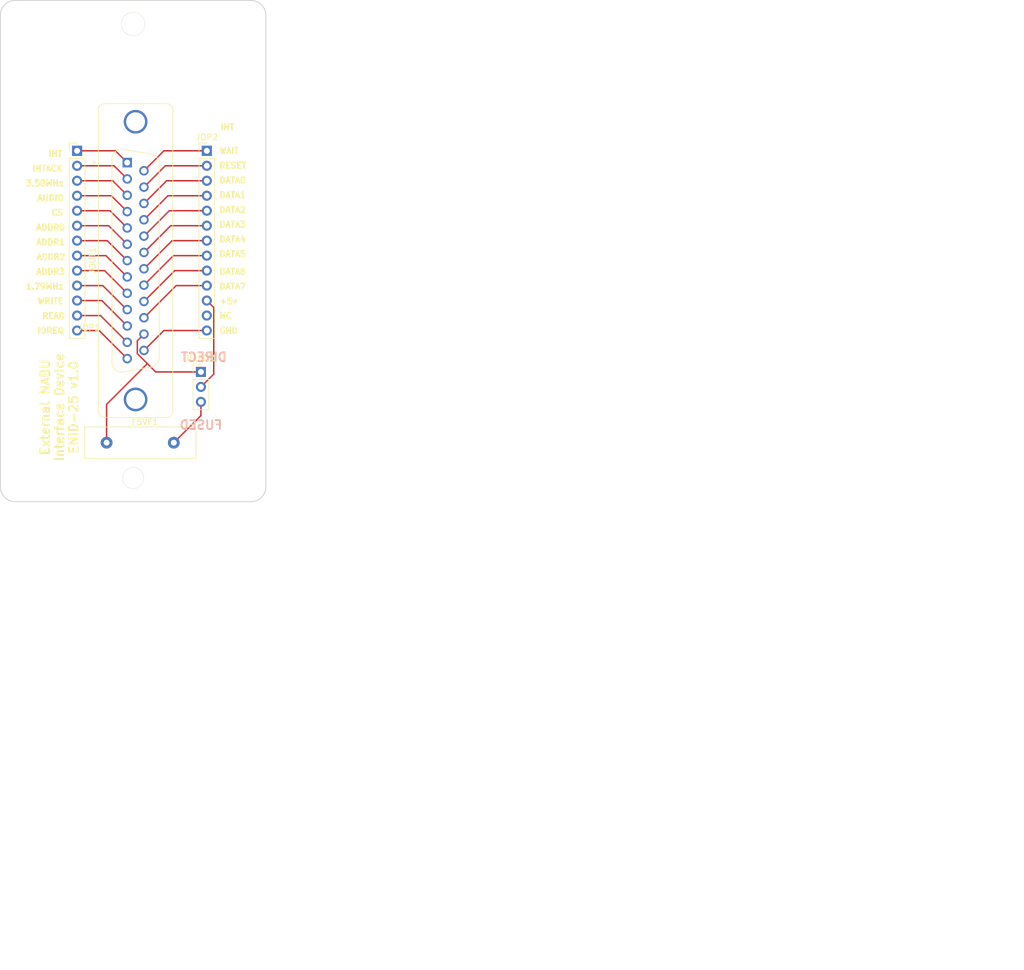
<source format=kicad_pcb>
(kicad_pcb (version 20171130) (host pcbnew "(5.1.8)-1")

  (general
    (thickness 1.6)
    (drawings 43)
    (tracks 63)
    (zones 0)
    (modules 5)
    (nets 30)
  )

  (page A4)
  (layers
    (0 F.Cu signal)
    (31 B.Cu signal)
    (32 B.Adhes user)
    (33 F.Adhes user)
    (34 B.Paste user)
    (35 F.Paste user)
    (36 B.SilkS user)
    (37 F.SilkS user)
    (38 B.Mask user)
    (39 F.Mask user)
    (40 Dwgs.User user)
    (41 Cmts.User user)
    (42 Eco1.User user)
    (43 Eco2.User user)
    (44 Edge.Cuts user)
    (45 Margin user)
    (46 B.CrtYd user)
    (47 F.CrtYd user)
    (48 B.Fab user)
    (49 F.Fab user)
  )

  (setup
    (last_trace_width 0.25)
    (trace_clearance 0.2)
    (zone_clearance 0.508)
    (zone_45_only no)
    (trace_min 0.2)
    (via_size 0.8)
    (via_drill 0.4)
    (via_min_size 0.4)
    (via_min_drill 0.3)
    (uvia_size 0.3)
    (uvia_drill 0.1)
    (uvias_allowed no)
    (uvia_min_size 0.2)
    (uvia_min_drill 0.1)
    (edge_width 0.05)
    (segment_width 0.2)
    (pcb_text_width 0.3)
    (pcb_text_size 1.5 1.5)
    (mod_edge_width 0.12)
    (mod_text_size 1 1)
    (mod_text_width 0.15)
    (pad_size 1.524 1.524)
    (pad_drill 0.762)
    (pad_to_mask_clearance 0)
    (aux_axis_origin 0 0)
    (visible_elements 7FFFFFFF)
    (pcbplotparams
      (layerselection 0x010fc_ffffffff)
      (usegerberextensions false)
      (usegerberattributes true)
      (usegerberadvancedattributes true)
      (creategerberjobfile true)
      (excludeedgelayer true)
      (linewidth 0.100000)
      (plotframeref false)
      (viasonmask false)
      (mode 1)
      (useauxorigin false)
      (hpglpennumber 1)
      (hpglpenspeed 20)
      (hpglpendiameter 15.000000)
      (psnegative false)
      (psa4output false)
      (plotreference true)
      (plotvalue true)
      (plotinvisibletext false)
      (padsonsilk false)
      (subtractmaskfromsilk false)
      (outputformat 1)
      (mirror false)
      (drillshape 0)
      (scaleselection 1)
      (outputdirectory ""))
  )

  (net 0 "")
  (net 1 GROUND_1)
  (net 2 +5V_1)
  (net 3 DATA_7)
  (net 4 DATA_6)
  (net 5 DATA_5)
  (net 6 DATA_4)
  (net 7 DATA_3)
  (net 8 DATA_2)
  (net 9 DATA_1)
  (net 10 DATA_0)
  (net 11 RESET)
  (net 12 WAIT_REQUEST)
  (net 13 IO_REQUEST)
  (net 14 READ)
  (net 15 WRITE)
  (net 16 1.79MhzClock)
  (net 17 ADDRESS_3)
  (net 18 ADDRESS_2)
  (net 19 ADDRESS_1)
  (net 20 ADDRESS_0)
  (net 21 CARD_SELECT)
  (net 22 AUDIO)
  (net 23 3.58MhzClock)
  (net 24 INTERRUPT_ACKNOWLEDGE)
  (net 25 INTERRUPT_REQUEST)
  (net 26 "Net-(JFUSE1-Pad2)")
  (net 27 +5V_2_UNCONNECTED)
  (net 28 "Net-(JOUT1-Pad0)")
  (net 29 "Net-(F5VF1-Pad2)")

  (net_class Default "This is the default net class."
    (clearance 0.2)
    (trace_width 0.25)
    (via_dia 0.8)
    (via_drill 0.4)
    (uvia_dia 0.3)
    (uvia_drill 0.1)
    (add_net +5V_1)
    (add_net +5V_2_UNCONNECTED)
    (add_net 1.79MhzClock)
    (add_net 3.58MhzClock)
    (add_net ADDRESS_0)
    (add_net ADDRESS_1)
    (add_net ADDRESS_2)
    (add_net ADDRESS_3)
    (add_net AUDIO)
    (add_net CARD_SELECT)
    (add_net DATA_0)
    (add_net DATA_1)
    (add_net DATA_2)
    (add_net DATA_3)
    (add_net DATA_4)
    (add_net DATA_5)
    (add_net DATA_6)
    (add_net DATA_7)
    (add_net GROUND_1)
    (add_net INTERRUPT_ACKNOWLEDGE)
    (add_net INTERRUPT_REQUEST)
    (add_net IO_REQUEST)
    (add_net "Net-(F5VF1-Pad2)")
    (add_net "Net-(JFUSE1-Pad2)")
    (add_net "Net-(JOUT1-Pad0)")
    (add_net READ)
    (add_net RESET)
    (add_net WAIT_REQUEST)
    (add_net WRITE)
  )

  (module Connector_Dsub:DSUB-25_Female_Vertical_P2.77x2.84mm_MountingHoles (layer F.Cu) (tedit 59FEDEE2) (tstamp 63F82024)
    (at 121.5 57.5 90)
    (descr "25-pin D-Sub connector, straight/vertical, THT-mount, female, pitch 2.77x2.84mm, distance of mounting holes 47.1mm, see https://disti-assets.s3.amazonaws.com/tonar/files/datasheets/16730.pdf")
    (tags "25-pin D-Sub connector straight vertical THT female pitch 2.77x2.84mm mounting holes distance 47.1mm")
    (path /64040DFF)
    (fp_text reference JOUT1 (at -16.62 -5.89 90) (layer F.SilkS)
      (effects (font (size 1 1) (thickness 0.15)))
    )
    (fp_text value DB25_Female_MountingHoles (at -16.62 8.73 90) (layer F.Fab)
      (effects (font (size 1 1) (thickness 0.15)))
    )
    (fp_line (start 10.45 -5.35) (end -43.7 -5.35) (layer F.CrtYd) (width 0.05))
    (fp_line (start 10.45 8.2) (end 10.45 -5.35) (layer F.CrtYd) (width 0.05))
    (fp_line (start -43.7 8.2) (end 10.45 8.2) (layer F.CrtYd) (width 0.05))
    (fp_line (start -43.7 -5.35) (end -43.7 8.2) (layer F.CrtYd) (width 0.05))
    (fp_line (start -35.48647 -0.641744) (end -34.657733 4.058256) (layer F.SilkS) (width 0.12))
    (fp_line (start 2.24647 -0.641744) (end 1.417733 4.058256) (layer F.SilkS) (width 0.12))
    (fp_line (start -33.022952 5.43) (end -0.217048 5.43) (layer F.SilkS) (width 0.12))
    (fp_line (start -33.851689 -2.59) (end 0.611689 -2.59) (layer F.SilkS) (width 0.12))
    (fp_line (start -35.438887 -0.652163) (end -34.61015 4.047837) (layer F.Fab) (width 0.1))
    (fp_line (start 2.198887 -0.652163) (end 1.37015 4.047837) (layer F.Fab) (width 0.1))
    (fp_line (start -33.034457 5.37) (end -0.205543 5.37) (layer F.Fab) (width 0.1))
    (fp_line (start -33.863194 -2.53) (end 0.623194 -2.53) (layer F.Fab) (width 0.1))
    (fp_line (start 0 -5.351325) (end -0.25 -5.784338) (layer F.SilkS) (width 0.12))
    (fp_line (start 0.25 -5.784338) (end 0 -5.351325) (layer F.SilkS) (width 0.12))
    (fp_line (start -0.25 -5.784338) (end 0.25 -5.784338) (layer F.SilkS) (width 0.12))
    (fp_line (start -43.23 6.67) (end -43.23 -3.83) (layer F.SilkS) (width 0.12))
    (fp_line (start 8.93 7.73) (end -42.17 7.73) (layer F.SilkS) (width 0.12))
    (fp_line (start 9.99 -3.83) (end 9.99 6.67) (layer F.SilkS) (width 0.12))
    (fp_line (start -42.17 -4.89) (end 8.93 -4.89) (layer F.SilkS) (width 0.12))
    (fp_line (start -43.17 6.67) (end -43.17 -3.83) (layer F.Fab) (width 0.1))
    (fp_line (start 8.93 7.67) (end -42.17 7.67) (layer F.Fab) (width 0.1))
    (fp_line (start 9.93 -3.83) (end 9.93 6.67) (layer F.Fab) (width 0.1))
    (fp_line (start -42.17 -4.83) (end 8.93 -4.83) (layer F.Fab) (width 0.1))
    (fp_text user %R (at -16.62 1.42 90) (layer F.Fab)
      (effects (font (size 1 1) (thickness 0.15)))
    )
    (fp_arc (start -0.217048 3.77) (end -0.217048 5.43) (angle -80) (layer F.SilkS) (width 0.12))
    (fp_arc (start -33.022952 3.77) (end -33.022952 5.43) (angle 80) (layer F.SilkS) (width 0.12))
    (fp_arc (start 0.611689 -0.93) (end 0.611689 -2.59) (angle 100) (layer F.SilkS) (width 0.12))
    (fp_arc (start -33.851689 -0.93) (end -33.851689 -2.59) (angle -100) (layer F.SilkS) (width 0.12))
    (fp_arc (start -0.205543 3.77) (end -0.205543 5.37) (angle -80) (layer F.Fab) (width 0.1))
    (fp_arc (start -33.034457 3.77) (end -33.034457 5.37) (angle 80) (layer F.Fab) (width 0.1))
    (fp_arc (start 0.623194 -0.93) (end 0.623194 -2.53) (angle 100) (layer F.Fab) (width 0.1))
    (fp_arc (start -33.863194 -0.93) (end -33.863194 -2.53) (angle -100) (layer F.Fab) (width 0.1))
    (fp_arc (start 8.93 6.67) (end 9.99 6.67) (angle 90) (layer F.SilkS) (width 0.12))
    (fp_arc (start -42.17 6.67) (end -43.23 6.67) (angle -90) (layer F.SilkS) (width 0.12))
    (fp_arc (start 8.93 -3.83) (end 8.93 -4.89) (angle 90) (layer F.SilkS) (width 0.12))
    (fp_arc (start -42.17 -3.83) (end -43.23 -3.83) (angle 90) (layer F.SilkS) (width 0.12))
    (fp_arc (start 8.93 6.67) (end 9.93 6.67) (angle 90) (layer F.Fab) (width 0.1))
    (fp_arc (start -42.17 6.67) (end -43.17 6.67) (angle -90) (layer F.Fab) (width 0.1))
    (fp_arc (start 8.93 -3.83) (end 8.93 -4.83) (angle 90) (layer F.Fab) (width 0.1))
    (fp_arc (start -42.17 -3.83) (end -43.17 -3.83) (angle 90) (layer F.Fab) (width 0.1))
    (pad 0 thru_hole circle (at 6.93 1.42 90) (size 4 4) (drill 3.2) (layers *.Cu *.Mask)
      (net 28 "Net-(JOUT1-Pad0)"))
    (pad 0 thru_hole circle (at -40.17 1.42 90) (size 4 4) (drill 3.2) (layers *.Cu *.Mask)
      (net 28 "Net-(JOUT1-Pad0)"))
    (pad 25 thru_hole circle (at -31.855 2.84 90) (size 1.6 1.6) (drill 1) (layers *.Cu *.Mask)
      (net 1 GROUND_1))
    (pad 24 thru_hole circle (at -29.085 2.84 90) (size 1.6 1.6) (drill 1) (layers *.Cu *.Mask)
      (net 2 +5V_1))
    (pad 23 thru_hole circle (at -26.315 2.84 90) (size 1.6 1.6) (drill 1) (layers *.Cu *.Mask)
      (net 3 DATA_7))
    (pad 22 thru_hole circle (at -23.545 2.84 90) (size 1.6 1.6) (drill 1) (layers *.Cu *.Mask)
      (net 4 DATA_6))
    (pad 21 thru_hole circle (at -20.775 2.84 90) (size 1.6 1.6) (drill 1) (layers *.Cu *.Mask)
      (net 5 DATA_5))
    (pad 20 thru_hole circle (at -18.005 2.84 90) (size 1.6 1.6) (drill 1) (layers *.Cu *.Mask)
      (net 6 DATA_4))
    (pad 19 thru_hole circle (at -15.235 2.84 90) (size 1.6 1.6) (drill 1) (layers *.Cu *.Mask)
      (net 7 DATA_3))
    (pad 18 thru_hole circle (at -12.465 2.84 90) (size 1.6 1.6) (drill 1) (layers *.Cu *.Mask)
      (net 8 DATA_2))
    (pad 17 thru_hole circle (at -9.695 2.84 90) (size 1.6 1.6) (drill 1) (layers *.Cu *.Mask)
      (net 9 DATA_1))
    (pad 16 thru_hole circle (at -6.925 2.84 90) (size 1.6 1.6) (drill 1) (layers *.Cu *.Mask)
      (net 10 DATA_0))
    (pad 15 thru_hole circle (at -4.155 2.84 90) (size 1.6 1.6) (drill 1) (layers *.Cu *.Mask)
      (net 11 RESET))
    (pad 14 thru_hole circle (at -1.385 2.84 90) (size 1.6 1.6) (drill 1) (layers *.Cu *.Mask)
      (net 12 WAIT_REQUEST))
    (pad 13 thru_hole circle (at -33.24 0 90) (size 1.6 1.6) (drill 1) (layers *.Cu *.Mask)
      (net 13 IO_REQUEST))
    (pad 12 thru_hole circle (at -30.47 0 90) (size 1.6 1.6) (drill 1) (layers *.Cu *.Mask)
      (net 14 READ))
    (pad 11 thru_hole circle (at -27.7 0 90) (size 1.6 1.6) (drill 1) (layers *.Cu *.Mask)
      (net 15 WRITE))
    (pad 10 thru_hole circle (at -24.93 0 90) (size 1.6 1.6) (drill 1) (layers *.Cu *.Mask)
      (net 16 1.79MhzClock))
    (pad 9 thru_hole circle (at -22.16 0 90) (size 1.6 1.6) (drill 1) (layers *.Cu *.Mask)
      (net 17 ADDRESS_3))
    (pad 8 thru_hole circle (at -19.39 0 90) (size 1.6 1.6) (drill 1) (layers *.Cu *.Mask)
      (net 18 ADDRESS_2))
    (pad 7 thru_hole circle (at -16.62 0 90) (size 1.6 1.6) (drill 1) (layers *.Cu *.Mask)
      (net 19 ADDRESS_1))
    (pad 6 thru_hole circle (at -13.85 0 90) (size 1.6 1.6) (drill 1) (layers *.Cu *.Mask)
      (net 20 ADDRESS_0))
    (pad 5 thru_hole circle (at -11.08 0 90) (size 1.6 1.6) (drill 1) (layers *.Cu *.Mask)
      (net 21 CARD_SELECT))
    (pad 4 thru_hole circle (at -8.31 0 90) (size 1.6 1.6) (drill 1) (layers *.Cu *.Mask)
      (net 22 AUDIO))
    (pad 3 thru_hole circle (at -5.54 0 90) (size 1.6 1.6) (drill 1) (layers *.Cu *.Mask)
      (net 23 3.58MhzClock))
    (pad 2 thru_hole circle (at -2.77 0 90) (size 1.6 1.6) (drill 1) (layers *.Cu *.Mask)
      (net 24 INTERRUPT_ACKNOWLEDGE))
    (pad 1 thru_hole rect (at 0 0 90) (size 1.6 1.6) (drill 1) (layers *.Cu *.Mask)
      (net 25 INTERRUPT_REQUEST))
    (model ${KISYS3DMOD}/Connector_Dsub.3dshapes/DSUB-25_Female_Vertical_P2.77x2.84mm_MountingHoles.wrl
      (at (xyz 0 0 0))
      (scale (xyz 1 1 1))
      (rotate (xyz 0 0 0))
    )
  )

  (module Connector_PinHeader_2.54mm:PinHeader_1x13_P2.54mm_Vertical (layer F.Cu) (tedit 59FED5CC) (tstamp 63F81FDD)
    (at 135 55.5)
    (descr "Through hole straight pin header, 1x13, 2.54mm pitch, single row")
    (tags "Through hole pin header THT 1x13 2.54mm single row")
    (path /64031162)
    (fp_text reference JOP2 (at 0 -2.33) (layer F.SilkS)
      (effects (font (size 1 1) (thickness 0.15)))
    )
    (fp_text value OPTION_PINS_14-26 (at 0 32.81) (layer F.Fab)
      (effects (font (size 1 1) (thickness 0.15)))
    )
    (fp_line (start 1.8 -1.8) (end -1.8 -1.8) (layer F.CrtYd) (width 0.05))
    (fp_line (start 1.8 32.25) (end 1.8 -1.8) (layer F.CrtYd) (width 0.05))
    (fp_line (start -1.8 32.25) (end 1.8 32.25) (layer F.CrtYd) (width 0.05))
    (fp_line (start -1.8 -1.8) (end -1.8 32.25) (layer F.CrtYd) (width 0.05))
    (fp_line (start -1.33 -1.33) (end 0 -1.33) (layer F.SilkS) (width 0.12))
    (fp_line (start -1.33 0) (end -1.33 -1.33) (layer F.SilkS) (width 0.12))
    (fp_line (start -1.33 1.27) (end 1.33 1.27) (layer F.SilkS) (width 0.12))
    (fp_line (start 1.33 1.27) (end 1.33 31.81) (layer F.SilkS) (width 0.12))
    (fp_line (start -1.33 1.27) (end -1.33 31.81) (layer F.SilkS) (width 0.12))
    (fp_line (start -1.33 31.81) (end 1.33 31.81) (layer F.SilkS) (width 0.12))
    (fp_line (start -1.27 -0.635) (end -0.635 -1.27) (layer F.Fab) (width 0.1))
    (fp_line (start -1.27 31.75) (end -1.27 -0.635) (layer F.Fab) (width 0.1))
    (fp_line (start 1.27 31.75) (end -1.27 31.75) (layer F.Fab) (width 0.1))
    (fp_line (start 1.27 -1.27) (end 1.27 31.75) (layer F.Fab) (width 0.1))
    (fp_line (start -0.635 -1.27) (end 1.27 -1.27) (layer F.Fab) (width 0.1))
    (fp_text user %R (at 0 15.24 90) (layer F.Fab)
      (effects (font (size 1 1) (thickness 0.15)))
    )
    (pad 13 thru_hole oval (at 0 30.48) (size 1.7 1.7) (drill 1) (layers *.Cu *.Mask)
      (net 1 GROUND_1))
    (pad 12 thru_hole oval (at 0 27.94) (size 1.7 1.7) (drill 1) (layers *.Cu *.Mask)
      (net 27 +5V_2_UNCONNECTED))
    (pad 11 thru_hole oval (at 0 25.4) (size 1.7 1.7) (drill 1) (layers *.Cu *.Mask)
      (net 26 "Net-(JFUSE1-Pad2)"))
    (pad 10 thru_hole oval (at 0 22.86) (size 1.7 1.7) (drill 1) (layers *.Cu *.Mask)
      (net 3 DATA_7))
    (pad 9 thru_hole oval (at 0 20.32) (size 1.7 1.7) (drill 1) (layers *.Cu *.Mask)
      (net 4 DATA_6))
    (pad 8 thru_hole oval (at 0 17.78) (size 1.7 1.7) (drill 1) (layers *.Cu *.Mask)
      (net 5 DATA_5))
    (pad 7 thru_hole oval (at 0 15.24) (size 1.7 1.7) (drill 1) (layers *.Cu *.Mask)
      (net 6 DATA_4))
    (pad 6 thru_hole oval (at 0 12.7) (size 1.7 1.7) (drill 1) (layers *.Cu *.Mask)
      (net 7 DATA_3))
    (pad 5 thru_hole oval (at 0 10.16) (size 1.7 1.7) (drill 1) (layers *.Cu *.Mask)
      (net 8 DATA_2))
    (pad 4 thru_hole oval (at 0 7.62) (size 1.7 1.7) (drill 1) (layers *.Cu *.Mask)
      (net 9 DATA_1))
    (pad 3 thru_hole oval (at 0 5.08) (size 1.7 1.7) (drill 1) (layers *.Cu *.Mask)
      (net 10 DATA_0))
    (pad 2 thru_hole oval (at 0 2.54) (size 1.7 1.7) (drill 1) (layers *.Cu *.Mask)
      (net 11 RESET))
    (pad 1 thru_hole rect (at 0 0) (size 1.7 1.7) (drill 1) (layers *.Cu *.Mask)
      (net 12 WAIT_REQUEST))
    (model ${KISYS3DMOD}/Connector_PinHeader_2.54mm.3dshapes/PinHeader_1x13_P2.54mm_Vertical.wrl
      (at (xyz 0 0 0))
      (scale (xyz 1 1 1))
      (rotate (xyz 0 0 0))
    )
  )

  (module Connector_PinHeader_2.54mm:PinHeader_1x13_P2.54mm_Vertical (layer F.Cu) (tedit 59FED5CC) (tstamp 63FA2B43)
    (at 113 55.5)
    (descr "Through hole straight pin header, 1x13, 2.54mm pitch, single row")
    (tags "Through hole pin header THT 1x13 2.54mm single row")
    (path /6402F9FE)
    (fp_text reference JOP1 (at 2 30) (layer F.SilkS)
      (effects (font (size 1 1) (thickness 0.15)))
    )
    (fp_text value OPTION_PINS_1-13 (at 0 32.81) (layer F.Fab)
      (effects (font (size 1 1) (thickness 0.15)))
    )
    (fp_line (start 1.8 -1.8) (end -1.8 -1.8) (layer F.CrtYd) (width 0.05))
    (fp_line (start 1.8 32.25) (end 1.8 -1.8) (layer F.CrtYd) (width 0.05))
    (fp_line (start -1.8 32.25) (end 1.8 32.25) (layer F.CrtYd) (width 0.05))
    (fp_line (start -1.8 -1.8) (end -1.8 32.25) (layer F.CrtYd) (width 0.05))
    (fp_line (start -1.33 -1.33) (end 0 -1.33) (layer F.SilkS) (width 0.12))
    (fp_line (start -1.33 0) (end -1.33 -1.33) (layer F.SilkS) (width 0.12))
    (fp_line (start -1.33 1.27) (end 1.33 1.27) (layer F.SilkS) (width 0.12))
    (fp_line (start 1.33 1.27) (end 1.33 31.81) (layer F.SilkS) (width 0.12))
    (fp_line (start -1.33 1.27) (end -1.33 31.81) (layer F.SilkS) (width 0.12))
    (fp_line (start -1.33 31.81) (end 1.33 31.81) (layer F.SilkS) (width 0.12))
    (fp_line (start -1.27 -0.635) (end -0.635 -1.27) (layer F.Fab) (width 0.1))
    (fp_line (start -1.27 31.75) (end -1.27 -0.635) (layer F.Fab) (width 0.1))
    (fp_line (start 1.27 31.75) (end -1.27 31.75) (layer F.Fab) (width 0.1))
    (fp_line (start 1.27 -1.27) (end 1.27 31.75) (layer F.Fab) (width 0.1))
    (fp_line (start -0.635 -1.27) (end 1.27 -1.27) (layer F.Fab) (width 0.1))
    (fp_text user %R (at 0 15.24 90) (layer F.Fab)
      (effects (font (size 1 1) (thickness 0.15)))
    )
    (pad 13 thru_hole oval (at 0 30.48) (size 1.7 1.7) (drill 1) (layers *.Cu *.Mask)
      (net 13 IO_REQUEST))
    (pad 12 thru_hole oval (at 0 27.94) (size 1.7 1.7) (drill 1) (layers *.Cu *.Mask)
      (net 14 READ))
    (pad 11 thru_hole oval (at 0 25.4) (size 1.7 1.7) (drill 1) (layers *.Cu *.Mask)
      (net 15 WRITE))
    (pad 10 thru_hole oval (at 0 22.86) (size 1.7 1.7) (drill 1) (layers *.Cu *.Mask)
      (net 16 1.79MhzClock))
    (pad 9 thru_hole oval (at 0 20.32) (size 1.7 1.7) (drill 1) (layers *.Cu *.Mask)
      (net 17 ADDRESS_3))
    (pad 8 thru_hole oval (at 0 17.78) (size 1.7 1.7) (drill 1) (layers *.Cu *.Mask)
      (net 18 ADDRESS_2))
    (pad 7 thru_hole oval (at 0 15.24) (size 1.7 1.7) (drill 1) (layers *.Cu *.Mask)
      (net 19 ADDRESS_1))
    (pad 6 thru_hole oval (at 0 12.7) (size 1.7 1.7) (drill 1) (layers *.Cu *.Mask)
      (net 20 ADDRESS_0))
    (pad 5 thru_hole oval (at 0 10.16) (size 1.7 1.7) (drill 1) (layers *.Cu *.Mask)
      (net 21 CARD_SELECT))
    (pad 4 thru_hole oval (at 0 7.62) (size 1.7 1.7) (drill 1) (layers *.Cu *.Mask)
      (net 22 AUDIO))
    (pad 3 thru_hole oval (at 0 5.08) (size 1.7 1.7) (drill 1) (layers *.Cu *.Mask)
      (net 23 3.58MhzClock))
    (pad 2 thru_hole oval (at 0 2.54) (size 1.7 1.7) (drill 1) (layers *.Cu *.Mask)
      (net 24 INTERRUPT_ACKNOWLEDGE))
    (pad 1 thru_hole rect (at 0 0) (size 1.7 1.7) (drill 1) (layers *.Cu *.Mask)
      (net 25 INTERRUPT_REQUEST))
    (model ${KISYS3DMOD}/Connector_PinHeader_2.54mm.3dshapes/PinHeader_1x13_P2.54mm_Vertical.wrl
      (at (xyz 0 0 0))
      (scale (xyz 1 1 1))
      (rotate (xyz 0 0 0))
    )
  )

  (module Connector_PinHeader_2.54mm:PinHeader_1x03_P2.54mm_Vertical (layer F.Cu) (tedit 59FED5CC) (tstamp 63F81F9B)
    (at 134 93)
    (descr "Through hole straight pin header, 1x03, 2.54mm pitch, single row")
    (tags "Through hole pin header THT 1x03 2.54mm single row")
    (path /64036E87)
    (fp_text reference JFUSE1 (at 0 -2.33) (layer F.SilkS)
      (effects (font (size 1 1) (thickness 0.15)))
    )
    (fp_text value Conn_01x03_Male (at 0 7.41) (layer F.Fab)
      (effects (font (size 1 1) (thickness 0.15)))
    )
    (fp_line (start 1.8 -1.8) (end -1.8 -1.8) (layer F.CrtYd) (width 0.05))
    (fp_line (start 1.8 6.85) (end 1.8 -1.8) (layer F.CrtYd) (width 0.05))
    (fp_line (start -1.8 6.85) (end 1.8 6.85) (layer F.CrtYd) (width 0.05))
    (fp_line (start -1.8 -1.8) (end -1.8 6.85) (layer F.CrtYd) (width 0.05))
    (fp_line (start -1.33 -1.33) (end 0 -1.33) (layer F.SilkS) (width 0.12))
    (fp_line (start -1.33 0) (end -1.33 -1.33) (layer F.SilkS) (width 0.12))
    (fp_line (start -1.33 1.27) (end 1.33 1.27) (layer F.SilkS) (width 0.12))
    (fp_line (start 1.33 1.27) (end 1.33 6.41) (layer F.SilkS) (width 0.12))
    (fp_line (start -1.33 1.27) (end -1.33 6.41) (layer F.SilkS) (width 0.12))
    (fp_line (start -1.33 6.41) (end 1.33 6.41) (layer F.SilkS) (width 0.12))
    (fp_line (start -1.27 -0.635) (end -0.635 -1.27) (layer F.Fab) (width 0.1))
    (fp_line (start -1.27 6.35) (end -1.27 -0.635) (layer F.Fab) (width 0.1))
    (fp_line (start 1.27 6.35) (end -1.27 6.35) (layer F.Fab) (width 0.1))
    (fp_line (start 1.27 -1.27) (end 1.27 6.35) (layer F.Fab) (width 0.1))
    (fp_line (start -0.635 -1.27) (end 1.27 -1.27) (layer F.Fab) (width 0.1))
    (fp_text user %R (at 0 2.54 90) (layer F.Fab)
      (effects (font (size 1 1) (thickness 0.15)))
    )
    (pad 3 thru_hole oval (at 0 5.08) (size 1.7 1.7) (drill 1) (layers *.Cu *.Mask)
      (net 29 "Net-(F5VF1-Pad2)"))
    (pad 2 thru_hole oval (at 0 2.54) (size 1.7 1.7) (drill 1) (layers *.Cu *.Mask)
      (net 26 "Net-(JFUSE1-Pad2)"))
    (pad 1 thru_hole rect (at 0 0) (size 1.7 1.7) (drill 1) (layers *.Cu *.Mask)
      (net 2 +5V_1))
    (model ${KISYS3DMOD}/Connector_PinHeader_2.54mm.3dshapes/PinHeader_1x03_P2.54mm_Vertical.wrl
      (at (xyz 0 0 0))
      (scale (xyz 1 1 1))
      (rotate (xyz 0 0 0))
    )
  )

  (module Fuse:Fuse_Littelfuse-LVR100 (layer F.Cu) (tedit 5909D78F) (tstamp 63F81F84)
    (at 118 105)
    (descr "Littelfuse, resettable fuse, PTC, polyswitch LVR100, Ih 1A http://www.littelfuse.com/~/media/electronics/datasheets/resettable_ptcs/littelfuse_ptc_lvr_catalog_datasheet.pdf.pdf")
    (tags "LVR100 PTC resettable polyswitch ")
    (path /63FE34E6)
    (fp_text reference F5VF1 (at 6.5 -3.5) (layer F.SilkS)
      (effects (font (size 1 1) (thickness 0.15)))
    )
    (fp_text value PosFuse (at 5.5 3.6) (layer F.Fab)
      (effects (font (size 1 1) (thickness 0.15)))
    )
    (fp_line (start 15.15 2.65) (end -3.75 2.65) (layer F.SilkS) (width 0.12))
    (fp_line (start 15.15 2.65) (end 15.15 -2.65) (layer F.SilkS) (width 0.12))
    (fp_line (start -3.75 -2.65) (end -3.75 2.65) (layer F.SilkS) (width 0.12))
    (fp_line (start -3.75 -2.65) (end 15.15 -2.65) (layer F.SilkS) (width 0.12))
    (fp_line (start 15.3 2.8) (end -3.9 2.8) (layer F.CrtYd) (width 0.05))
    (fp_line (start 15.3 2.8) (end 15.3 -2.8) (layer F.CrtYd) (width 0.05))
    (fp_line (start -3.9 -2.8) (end -3.9 2.8) (layer F.CrtYd) (width 0.05))
    (fp_line (start -3.9 -2.8) (end 15.3 -2.8) (layer F.CrtYd) (width 0.05))
    (fp_line (start -3.65 -2.55) (end -3.65 2.55) (layer F.Fab) (width 0.1))
    (fp_line (start 15.05 -2.55) (end -3.65 -2.55) (layer F.Fab) (width 0.1))
    (fp_line (start 15.05 2.55) (end 15.05 -2.55) (layer F.Fab) (width 0.1))
    (fp_line (start -3.65 2.55) (end 15.05 2.55) (layer F.Fab) (width 0.1))
    (fp_text user %R (at 6 0) (layer F.Fab)
      (effects (font (size 1 1) (thickness 0.15)))
    )
    (pad 2 thru_hole circle (at 11.4 0) (size 2 2) (drill 1) (layers *.Cu *.Mask)
      (net 29 "Net-(F5VF1-Pad2)"))
    (pad 1 thru_hole circle (at 0 0) (size 2 2) (drill 1) (layers *.Cu *.Mask)
      (net 2 +5V_1))
    (model ${KISYS3DMOD}/Fuse.3dshapes/Fuse_Littelfuse-LVR100.wrl
      (at (xyz 0 0 0))
      (scale (xyz 1 1 1))
      (rotate (xyz 0 0 0))
    )
  )

  (gr_text "27 February 2023" (at 216.5 193) (layer Cmts.User)
    (effects (font (size 1.5 1.5) (thickness 0.3)))
  )
  (gr_text 1.0 (at 271.5 193) (layer Cmts.User)
    (effects (font (size 1.5 1.5) (thickness 0.3)))
  )
  (gr_text "External NABU Interface Device (ENID-25)" (at 211.5 189.5) (layer Cmts.User)
    (effects (font (size 1.5 1.5) (thickness 0.3)))
  )
  (gr_arc (start 102.5 112.5) (end 100 112.5) (angle -90) (layer Edge.Cuts) (width 0.15))
  (gr_arc (start 142.5 112.5) (end 142.5 115) (angle -90) (layer Edge.Cuts) (width 0.15))
  (gr_arc (start 142.5 32.5) (end 145 32.5) (angle -90) (layer Edge.Cuts) (width 0.15))
  (gr_arc (start 102.5 32.5) (end 102.5 30) (angle -90) (layer Edge.Cuts) (width 0.15))
  (gr_text INT (at 138.5 51.5) (layer F.SilkS) (tstamp 63F83182)
    (effects (font (size 1 1) (thickness 0.25)))
  )
  (gr_text GND (at 137 86) (layer F.SilkS) (tstamp 63F83182)
    (effects (font (size 1 1) (thickness 0.25)) (justify left))
  )
  (gr_text NC (at 137 83.5) (layer F.SilkS) (tstamp 63F83182)
    (effects (font (size 1 1) (thickness 0.25)) (justify left))
  )
  (gr_text +5v (at 137 81) (layer F.SilkS) (tstamp 63F83182)
    (effects (font (size 1 1) (thickness 0.25)) (justify left))
  )
  (gr_text DATA7 (at 137 78.5) (layer F.SilkS) (tstamp 63F83182)
    (effects (font (size 1 1) (thickness 0.25)) (justify left))
  )
  (gr_text DATA6 (at 137 76) (layer F.SilkS) (tstamp 63F83182)
    (effects (font (size 1 1) (thickness 0.25)) (justify left))
  )
  (gr_text DATA5 (at 137 73) (layer F.SilkS) (tstamp 63F83182)
    (effects (font (size 1 1) (thickness 0.25)) (justify left))
  )
  (gr_text DATA4 (at 137 70.5) (layer F.SilkS) (tstamp 63F83182)
    (effects (font (size 1 1) (thickness 0.25)) (justify left))
  )
  (gr_text DATA3 (at 137 68) (layer F.SilkS) (tstamp 63FA7DD7)
    (effects (font (size 1 1) (thickness 0.25)) (justify left))
  )
  (gr_text DATA2 (at 137 65.5) (layer F.SilkS) (tstamp 63F83182)
    (effects (font (size 1 1) (thickness 0.25)) (justify left))
  )
  (gr_text DATA1 (at 137 63) (layer F.SilkS) (tstamp 63F83182)
    (effects (font (size 1 1) (thickness 0.25)) (justify left))
  )
  (gr_text DATA0 (at 137 60.5) (layer F.SilkS) (tstamp 63F83182)
    (effects (font (size 1 1) (thickness 0.25)) (justify left))
  )
  (gr_text RESET (at 137 58) (layer F.SilkS) (tstamp 63F83182)
    (effects (font (size 1 1) (thickness 0.25)) (justify left))
  )
  (gr_text WAIT (at 137 55.5) (layer F.SilkS) (tstamp 63F92F5D)
    (effects (font (size 1 1) (thickness 0.25)) (justify left))
  )
  (gr_text ADDR2 (at 106 73.5) (layer F.SilkS) (tstamp 63FA2B90)
    (effects (font (size 1 1) (thickness 0.25)) (justify left))
  )
  (gr_text IOREQ (at 108.5 86) (layer F.SilkS) (tstamp 63FA2B8D)
    (effects (font (size 1 1) (thickness 0.25)))
  )
  (gr_text READ (at 109 83.5) (layer F.SilkS) (tstamp 63FA2B93)
    (effects (font (size 1 1) (thickness 0.25)))
  )
  (gr_text WRITE (at 108.5 81) (layer F.SilkS) (tstamp 63FA2B8A)
    (effects (font (size 1 1) (thickness 0.25)))
  )
  (gr_text 1.79MHz (at 107.5 78.5) (layer F.SilkS) (tstamp 63FA2B87)
    (effects (font (size 1 1) (thickness 0.25)))
  )
  (gr_text ADDR3 (at 108.5 76) (layer F.SilkS) (tstamp 63FA2B99)
    (effects (font (size 1 1) (thickness 0.25)))
  )
  (gr_text ADDR1 (at 108.5 71) (layer F.SilkS) (tstamp 63FA2B96)
    (effects (font (size 1 1) (thickness 0.25)))
  )
  (gr_text ADDR0 (at 108.5 68.5) (layer F.SilkS) (tstamp 63FA2B9F)
    (effects (font (size 1 1) (thickness 0.25)))
  )
  (gr_text CS (at 108.5 66) (layer F.SilkS) (tstamp 63FA2B9C)
    (effects (font (size 1 1) (thickness 0.25)) (justify left))
  )
  (gr_text AUDIO (at 108.5 63.5) (layer F.SilkS) (tstamp 63FA2BA2)
    (effects (font (size 1 1) (thickness 0.25)))
  )
  (gr_text 3.58MHz (at 107.5 61) (layer F.SilkS) (tstamp 63FA2BA5)
    (effects (font (size 1 1) (thickness 0.25)))
  )
  (gr_text INTACK (at 108 58.5) (layer F.SilkS) (tstamp 63FA2BA8)
    (effects (font (size 1 1) (thickness 0.25)))
  )
  (gr_text INT (at 108 56) (layer F.SilkS) (tstamp 63FA2B84)
    (effects (font (size 1 1) (thickness 0.25)) (justify left))
  )
  (gr_text FUSED (at 134 102) (layer B.SilkS)
    (effects (font (size 1.5 1.5) (thickness 0.3)) (justify mirror))
  )
  (gr_text DIRECT (at 134.5 90.5) (layer B.SilkS)
    (effects (font (size 1.5 1.5) (thickness 0.3)) (justify mirror))
  )
  (gr_text "External NABU\nInterface Device\nENID-25 v1.0\n" (at 110 99 90) (layer F.SilkS)
    (effects (font (size 1.5 1.5) (thickness 0.3)))
  )
  (gr_circle (center 122.5 34) (end 124.5 34) (layer Edge.Cuts) (width 0.05) (tstamp 63F70726))
  (gr_circle (center 122.5 111) (end 124.302776 111) (layer Edge.Cuts) (width 0.05))
  (gr_line (start 100 32.5) (end 100 112.5) (layer Edge.Cuts) (width 0.15))
  (gr_line (start 102.5 115) (end 142.5 115) (layer Edge.Cuts) (width 0.15))
  (gr_line (start 145 32.5) (end 145 112.5) (layer Edge.Cuts) (width 0.15))
  (gr_line (start 102.5 30) (end 142.5 30) (layer Edge.Cuts) (width 0.15))

  (segment (start 127.715 85.98) (end 124.34 89.355) (width 0.25) (layer F.Cu) (net 1))
  (segment (start 135 85.98) (end 127.715 85.98) (width 0.25) (layer F.Cu) (net 1))
  (segment (start 123.214999 87.710001) (end 124.34 86.585) (width 0.25) (layer F.Cu) (net 2))
  (segment (start 123.214999 89.895001) (end 123.214999 87.710001) (width 0.25) (layer F.Cu) (net 2))
  (segment (start 134 93) (end 126.319998 93) (width 0.25) (layer F.Cu) (net 2))
  (segment (start 118 98.5) (end 124.909999 91.590001) (width 0.25) (layer F.Cu) (net 2))
  (segment (start 118 105) (end 118 98.5) (width 0.25) (layer F.Cu) (net 2))
  (segment (start 124.909999 91.590001) (end 123.214999 89.895001) (width 0.25) (layer F.Cu) (net 2))
  (segment (start 126.319998 93) (end 124.909999 91.590001) (width 0.25) (layer F.Cu) (net 2))
  (segment (start 129.795 78.36) (end 124.34 83.815) (width 0.25) (layer F.Cu) (net 3))
  (segment (start 135 78.36) (end 129.795 78.36) (width 0.25) (layer F.Cu) (net 3))
  (segment (start 129.565 75.82) (end 124.34 81.045) (width 0.25) (layer F.Cu) (net 4))
  (segment (start 135 75.82) (end 129.565 75.82) (width 0.25) (layer F.Cu) (net 4))
  (segment (start 129.335 73.28) (end 124.34 78.275) (width 0.25) (layer F.Cu) (net 5))
  (segment (start 135 73.28) (end 129.335 73.28) (width 0.25) (layer F.Cu) (net 5))
  (segment (start 129.105 70.74) (end 124.34 75.505) (width 0.25) (layer F.Cu) (net 6))
  (segment (start 135 70.74) (end 129.105 70.74) (width 0.25) (layer F.Cu) (net 6))
  (segment (start 128.875 68.2) (end 124.34 72.735) (width 0.25) (layer F.Cu) (net 7))
  (segment (start 135 68.2) (end 128.875 68.2) (width 0.25) (layer F.Cu) (net 7))
  (segment (start 128.645 65.66) (end 124.34 69.965) (width 0.25) (layer F.Cu) (net 8))
  (segment (start 135 65.66) (end 128.645 65.66) (width 0.25) (layer F.Cu) (net 8))
  (segment (start 128.415 63.12) (end 124.34 67.195) (width 0.25) (layer F.Cu) (net 9))
  (segment (start 135 63.12) (end 128.415 63.12) (width 0.25) (layer F.Cu) (net 9))
  (segment (start 128.185 60.58) (end 124.34 64.425) (width 0.25) (layer F.Cu) (net 10))
  (segment (start 135 60.58) (end 128.185 60.58) (width 0.25) (layer F.Cu) (net 10))
  (segment (start 127.955 58.04) (end 124.34 61.655) (width 0.25) (layer F.Cu) (net 11))
  (segment (start 135 58.04) (end 127.955 58.04) (width 0.25) (layer F.Cu) (net 11))
  (segment (start 127.725 55.5) (end 124.34 58.885) (width 0.25) (layer F.Cu) (net 12))
  (segment (start 135 55.5) (end 127.725 55.5) (width 0.25) (layer F.Cu) (net 12))
  (segment (start 116.74 85.98) (end 116.88 86.12) (width 0.25) (layer F.Cu) (net 13))
  (segment (start 113 85.98) (end 116.74 85.98) (width 0.25) (layer F.Cu) (net 13))
  (segment (start 116.88 86.12) (end 121.5 90.74) (width 0.25) (layer F.Cu) (net 13))
  (segment (start 116.97 83.44) (end 117.015 83.485) (width 0.25) (layer F.Cu) (net 14))
  (segment (start 113 83.44) (end 116.97 83.44) (width 0.25) (layer F.Cu) (net 14))
  (segment (start 117.015 83.485) (end 121.5 87.97) (width 0.25) (layer F.Cu) (net 14))
  (segment (start 117.2 80.9) (end 121.5 85.2) (width 0.25) (layer F.Cu) (net 15))
  (segment (start 113 80.9) (end 117.2 80.9) (width 0.25) (layer F.Cu) (net 15))
  (segment (start 121.43 82.43) (end 121.5 82.43) (width 0.25) (layer F.Cu) (net 16))
  (segment (start 117.36 78.36) (end 121.43 82.43) (width 0.25) (layer F.Cu) (net 16))
  (segment (start 117.36 78.36) (end 113 78.36) (width 0.25) (layer F.Cu) (net 16))
  (segment (start 117.66 75.82) (end 121.5 79.66) (width 0.25) (layer F.Cu) (net 17))
  (segment (start 117.66 75.82) (end 113 75.82) (width 0.25) (layer F.Cu) (net 17))
  (segment (start 117.89 73.28) (end 121.5 76.89) (width 0.25) (layer F.Cu) (net 18))
  (segment (start 117.89 73.28) (end 113 73.28) (width 0.25) (layer F.Cu) (net 18))
  (segment (start 118.12 70.74) (end 121.5 74.12) (width 0.25) (layer F.Cu) (net 19))
  (segment (start 118.12 70.74) (end 113 70.74) (width 0.25) (layer F.Cu) (net 19))
  (segment (start 118.35 68.2) (end 121.5 71.35) (width 0.25) (layer F.Cu) (net 20))
  (segment (start 118.35 68.2) (end 113 68.2) (width 0.25) (layer F.Cu) (net 20))
  (segment (start 118.58 65.66) (end 121.5 68.58) (width 0.25) (layer F.Cu) (net 21))
  (segment (start 118.58 65.66) (end 113 65.66) (width 0.25) (layer F.Cu) (net 21))
  (segment (start 118.81 63.12) (end 121.5 65.81) (width 0.25) (layer F.Cu) (net 22))
  (segment (start 113 63.12) (end 118.88 63.12) (width 0.25) (layer F.Cu) (net 22))
  (segment (start 119.04 60.58) (end 121.5 63.04) (width 0.25) (layer F.Cu) (net 23))
  (segment (start 113 60.58) (end 119.04 60.58) (width 0.25) (layer F.Cu) (net 23))
  (segment (start 119.27 58.04) (end 121.5 60.27) (width 0.25) (layer F.Cu) (net 24))
  (segment (start 113 58.04) (end 119.27 58.04) (width 0.25) (layer F.Cu) (net 24))
  (segment (start 119.5 55.5) (end 121.5 57.5) (width 0.25) (layer F.Cu) (net 25))
  (segment (start 119.5 55.5) (end 113 55.5) (width 0.25) (layer F.Cu) (net 25))
  (segment (start 136.175001 93.364999) (end 134 95.54) (width 0.25) (layer F.Cu) (net 26))
  (segment (start 136.175001 82.075001) (end 136.175001 93.364999) (width 0.25) (layer F.Cu) (net 26))
  (segment (start 135 80.9) (end 136.175001 82.075001) (width 0.25) (layer F.Cu) (net 26))
  (segment (start 134 100.4) (end 129.4 105) (width 0.25) (layer F.Cu) (net 29))
  (segment (start 134 98.08) (end 134 100.4) (width 0.25) (layer F.Cu) (net 29))

)

</source>
